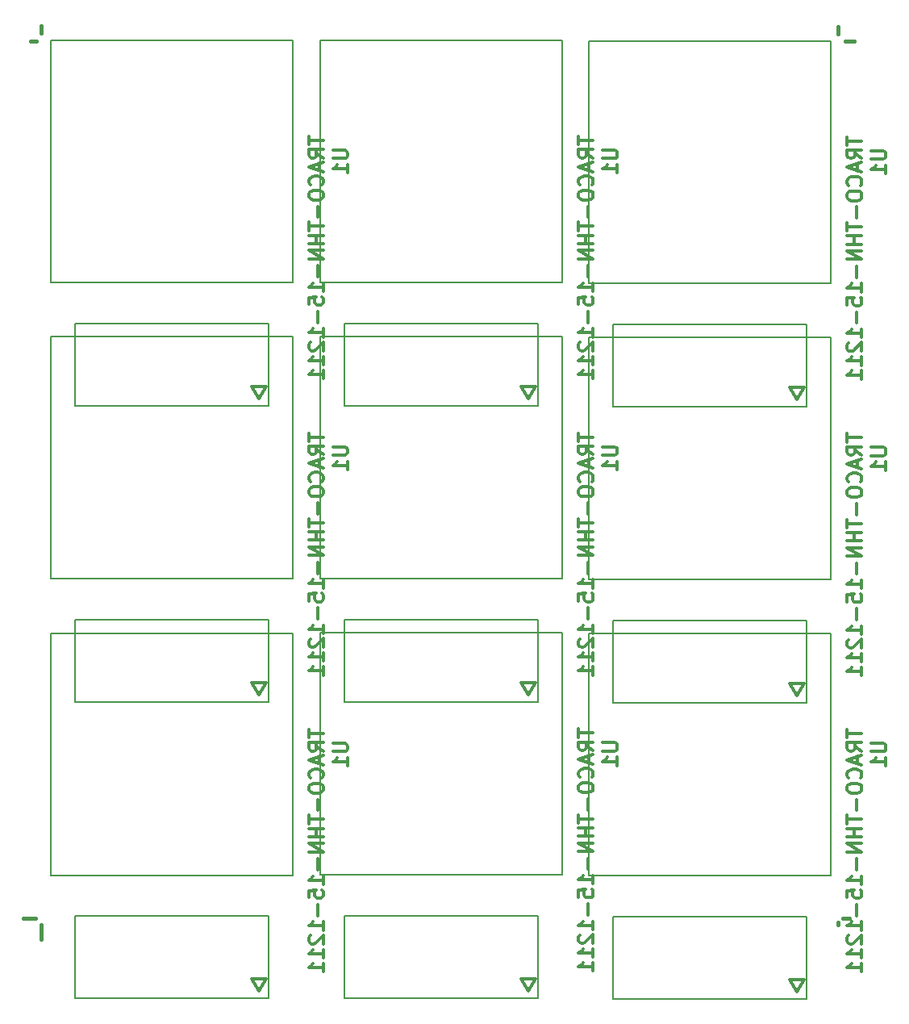
<source format=gbo>
G04 #@! TF.FileFunction,Legend,Bot*
%FSLAX46Y46*%
G04 Gerber Fmt 4.6, Leading zero omitted, Abs format (unit mm)*
G04 Created by KiCad (PCBNEW 4.0.5+dfsg1-4) date Sun Oct 21 20:25:12 2018*
%MOMM*%
%LPD*%
G01*
G04 APERTURE LIST*
%ADD10C,0.150000*%
%ADD11C,0.381000*%
%ADD12C,0.304800*%
G04 APERTURE END LIST*
D10*
D11*
X163004500Y-118300500D02*
X163004500Y-118554500D01*
X163449000Y-117856000D02*
X164147500Y-117856000D01*
X163703000Y-25781000D02*
X164655500Y-25781000D01*
X163004500Y-25082500D02*
X163004500Y-24257000D01*
X78803500Y-25781000D02*
X78232000Y-25781000D01*
X79311500Y-24955500D02*
X79311500Y-24193500D01*
X78740000Y-117856000D02*
X77470000Y-117856000D01*
X79311500Y-118554500D02*
X79311500Y-120015000D01*
D10*
X82867500Y-55435500D02*
X82867500Y-64071500D01*
X82867500Y-64071500D02*
X103187500Y-64071500D01*
X103187500Y-64071500D02*
X103187500Y-55435500D01*
X82867500Y-55435500D02*
X103187500Y-55435500D01*
D12*
X102171500Y-63309500D02*
X102933500Y-62039500D01*
X102933500Y-62039500D02*
X101409500Y-62039500D01*
X101409500Y-62039500D02*
X102171500Y-63309500D01*
D10*
X139382500Y-55499000D02*
X139382500Y-64135000D01*
X139382500Y-64135000D02*
X159702500Y-64135000D01*
X159702500Y-64135000D02*
X159702500Y-55499000D01*
X139382500Y-55499000D02*
X159702500Y-55499000D01*
D12*
X158686500Y-63373000D02*
X159448500Y-62103000D01*
X159448500Y-62103000D02*
X157924500Y-62103000D01*
X157924500Y-62103000D02*
X158686500Y-63373000D01*
D10*
X139382500Y-86614000D02*
X139382500Y-95250000D01*
X139382500Y-95250000D02*
X159702500Y-95250000D01*
X159702500Y-95250000D02*
X159702500Y-86614000D01*
X139382500Y-86614000D02*
X159702500Y-86614000D01*
D12*
X158686500Y-94488000D02*
X159448500Y-93218000D01*
X159448500Y-93218000D02*
X157924500Y-93218000D01*
X157924500Y-93218000D02*
X158686500Y-94488000D01*
D10*
X111188500Y-86550500D02*
X111188500Y-95186500D01*
X111188500Y-95186500D02*
X131508500Y-95186500D01*
X131508500Y-95186500D02*
X131508500Y-86550500D01*
X111188500Y-86550500D02*
X131508500Y-86550500D01*
D12*
X130492500Y-94424500D02*
X131254500Y-93154500D01*
X131254500Y-93154500D02*
X129730500Y-93154500D01*
X129730500Y-93154500D02*
X130492500Y-94424500D01*
D10*
X82867500Y-86550500D02*
X82867500Y-95186500D01*
X82867500Y-95186500D02*
X103187500Y-95186500D01*
X103187500Y-95186500D02*
X103187500Y-86550500D01*
X82867500Y-86550500D02*
X103187500Y-86550500D01*
D12*
X102171500Y-94424500D02*
X102933500Y-93154500D01*
X102933500Y-93154500D02*
X101409500Y-93154500D01*
X101409500Y-93154500D02*
X102171500Y-94424500D01*
D10*
X82867500Y-117602000D02*
X82867500Y-126238000D01*
X82867500Y-126238000D02*
X103187500Y-126238000D01*
X103187500Y-126238000D02*
X103187500Y-117602000D01*
X82867500Y-117602000D02*
X103187500Y-117602000D01*
D12*
X102171500Y-125476000D02*
X102933500Y-124206000D01*
X102933500Y-124206000D02*
X101409500Y-124206000D01*
X101409500Y-124206000D02*
X102171500Y-125476000D01*
D10*
X111188500Y-117602000D02*
X111188500Y-126238000D01*
X111188500Y-126238000D02*
X131508500Y-126238000D01*
X131508500Y-126238000D02*
X131508500Y-117602000D01*
X111188500Y-117602000D02*
X131508500Y-117602000D01*
D12*
X130492500Y-125476000D02*
X131254500Y-124206000D01*
X131254500Y-124206000D02*
X129730500Y-124206000D01*
X129730500Y-124206000D02*
X130492500Y-125476000D01*
D10*
X139382500Y-117665500D02*
X139382500Y-126301500D01*
X139382500Y-126301500D02*
X159702500Y-126301500D01*
X159702500Y-126301500D02*
X159702500Y-117665500D01*
X139382500Y-117665500D02*
X159702500Y-117665500D01*
D12*
X158686500Y-125539500D02*
X159448500Y-124269500D01*
X159448500Y-124269500D02*
X157924500Y-124269500D01*
X157924500Y-124269500D02*
X158686500Y-125539500D01*
D10*
X111188500Y-55435500D02*
X111188500Y-64071500D01*
X111188500Y-64071500D02*
X131508500Y-64071500D01*
X131508500Y-64071500D02*
X131508500Y-55435500D01*
X111188500Y-55435500D02*
X131508500Y-55435500D01*
D12*
X130492500Y-63309500D02*
X131254500Y-62039500D01*
X131254500Y-62039500D02*
X129730500Y-62039500D01*
X129730500Y-62039500D02*
X130492500Y-63309500D01*
D10*
X105727500Y-51117500D02*
X105727500Y-25717500D01*
X105727500Y-25717500D02*
X80327500Y-25717500D01*
X80327500Y-25717500D02*
X80327500Y-51117500D01*
X80327500Y-51117500D02*
X105727500Y-51117500D01*
X134048500Y-51117500D02*
X134048500Y-25717500D01*
X134048500Y-25717500D02*
X108648500Y-25717500D01*
X108648500Y-25717500D02*
X108648500Y-51117500D01*
X108648500Y-51117500D02*
X134048500Y-51117500D01*
X162242500Y-51181000D02*
X162242500Y-25781000D01*
X162242500Y-25781000D02*
X136842500Y-25781000D01*
X136842500Y-25781000D02*
X136842500Y-51181000D01*
X136842500Y-51181000D02*
X162242500Y-51181000D01*
X162242500Y-82296000D02*
X162242500Y-56896000D01*
X162242500Y-56896000D02*
X136842500Y-56896000D01*
X136842500Y-56896000D02*
X136842500Y-82296000D01*
X136842500Y-82296000D02*
X162242500Y-82296000D01*
X134048500Y-82232500D02*
X134048500Y-56832500D01*
X134048500Y-56832500D02*
X108648500Y-56832500D01*
X108648500Y-56832500D02*
X108648500Y-82232500D01*
X108648500Y-82232500D02*
X134048500Y-82232500D01*
X105727500Y-82232500D02*
X105727500Y-56832500D01*
X105727500Y-56832500D02*
X80327500Y-56832500D01*
X80327500Y-56832500D02*
X80327500Y-82232500D01*
X80327500Y-82232500D02*
X105727500Y-82232500D01*
X134048500Y-113284000D02*
X134048500Y-87884000D01*
X134048500Y-87884000D02*
X108648500Y-87884000D01*
X108648500Y-87884000D02*
X108648500Y-113284000D01*
X108648500Y-113284000D02*
X134048500Y-113284000D01*
X162242500Y-113347500D02*
X162242500Y-87947500D01*
X162242500Y-87947500D02*
X136842500Y-87947500D01*
X136842500Y-87947500D02*
X136842500Y-113347500D01*
X136842500Y-113347500D02*
X162242500Y-113347500D01*
X105727500Y-113347500D02*
X105727500Y-87947500D01*
X105727500Y-87947500D02*
X80327500Y-87947500D01*
X80327500Y-87947500D02*
X80327500Y-113347500D01*
X80327500Y-113347500D02*
X105727500Y-113347500D01*
D12*
X109972929Y-37256357D02*
X111206643Y-37256357D01*
X111351786Y-37328929D01*
X111424357Y-37401500D01*
X111496929Y-37546643D01*
X111496929Y-37836929D01*
X111424357Y-37982071D01*
X111351786Y-38054643D01*
X111206643Y-38127214D01*
X109972929Y-38127214D01*
X111496929Y-39651214D02*
X111496929Y-38780357D01*
X111496929Y-39215785D02*
X109972929Y-39215785D01*
X110190643Y-39070642D01*
X110335786Y-38925500D01*
X110408357Y-38780357D01*
X107432929Y-35804928D02*
X107432929Y-36675785D01*
X108956929Y-36240356D02*
X107432929Y-36240356D01*
X108956929Y-38054642D02*
X108231214Y-37546642D01*
X108956929Y-37183785D02*
X107432929Y-37183785D01*
X107432929Y-37764357D01*
X107505500Y-37909499D01*
X107578071Y-37982071D01*
X107723214Y-38054642D01*
X107940929Y-38054642D01*
X108086071Y-37982071D01*
X108158643Y-37909499D01*
X108231214Y-37764357D01*
X108231214Y-37183785D01*
X108521500Y-38635214D02*
X108521500Y-39360928D01*
X108956929Y-38490071D02*
X107432929Y-38998071D01*
X108956929Y-39506071D01*
X108811786Y-40884928D02*
X108884357Y-40812357D01*
X108956929Y-40594643D01*
X108956929Y-40449500D01*
X108884357Y-40231785D01*
X108739214Y-40086643D01*
X108594071Y-40014071D01*
X108303786Y-39941500D01*
X108086071Y-39941500D01*
X107795786Y-40014071D01*
X107650643Y-40086643D01*
X107505500Y-40231785D01*
X107432929Y-40449500D01*
X107432929Y-40594643D01*
X107505500Y-40812357D01*
X107578071Y-40884928D01*
X107432929Y-41828357D02*
X107432929Y-42118643D01*
X107505500Y-42263785D01*
X107650643Y-42408928D01*
X107940929Y-42481500D01*
X108448929Y-42481500D01*
X108739214Y-42408928D01*
X108884357Y-42263785D01*
X108956929Y-42118643D01*
X108956929Y-41828357D01*
X108884357Y-41683214D01*
X108739214Y-41538071D01*
X108448929Y-41465500D01*
X107940929Y-41465500D01*
X107650643Y-41538071D01*
X107505500Y-41683214D01*
X107432929Y-41828357D01*
X108376357Y-43134642D02*
X108376357Y-44295785D01*
X107432929Y-44803785D02*
X107432929Y-45674642D01*
X108956929Y-45239213D02*
X107432929Y-45239213D01*
X108956929Y-46182642D02*
X107432929Y-46182642D01*
X108158643Y-46182642D02*
X108158643Y-47053499D01*
X108956929Y-47053499D02*
X107432929Y-47053499D01*
X108956929Y-47779213D02*
X107432929Y-47779213D01*
X108956929Y-48650070D01*
X107432929Y-48650070D01*
X108376357Y-49375784D02*
X108376357Y-50536927D01*
X108956929Y-52060927D02*
X108956929Y-51190070D01*
X108956929Y-51625498D02*
X107432929Y-51625498D01*
X107650643Y-51480355D01*
X107795786Y-51335213D01*
X107868357Y-51190070D01*
X107432929Y-53439784D02*
X107432929Y-52714070D01*
X108158643Y-52641499D01*
X108086071Y-52714070D01*
X108013500Y-52859213D01*
X108013500Y-53222070D01*
X108086071Y-53367213D01*
X108158643Y-53439784D01*
X108303786Y-53512356D01*
X108666643Y-53512356D01*
X108811786Y-53439784D01*
X108884357Y-53367213D01*
X108956929Y-53222070D01*
X108956929Y-52859213D01*
X108884357Y-52714070D01*
X108811786Y-52641499D01*
X108376357Y-54165499D02*
X108376357Y-55326642D01*
X108956929Y-56850642D02*
X108956929Y-55979785D01*
X108956929Y-56415213D02*
X107432929Y-56415213D01*
X107650643Y-56270070D01*
X107795786Y-56124928D01*
X107868357Y-55979785D01*
X107578071Y-57431214D02*
X107505500Y-57503785D01*
X107432929Y-57648928D01*
X107432929Y-58011785D01*
X107505500Y-58156928D01*
X107578071Y-58229499D01*
X107723214Y-58302071D01*
X107868357Y-58302071D01*
X108086071Y-58229499D01*
X108956929Y-57358642D01*
X108956929Y-58302071D01*
X108956929Y-59753500D02*
X108956929Y-58882643D01*
X108956929Y-59318071D02*
X107432929Y-59318071D01*
X107650643Y-59172928D01*
X107795786Y-59027786D01*
X107868357Y-58882643D01*
X108956929Y-61204929D02*
X108956929Y-60334072D01*
X108956929Y-60769500D02*
X107432929Y-60769500D01*
X107650643Y-60624357D01*
X107795786Y-60479215D01*
X107868357Y-60334072D01*
X138293929Y-37256357D02*
X139527643Y-37256357D01*
X139672786Y-37328929D01*
X139745357Y-37401500D01*
X139817929Y-37546643D01*
X139817929Y-37836929D01*
X139745357Y-37982071D01*
X139672786Y-38054643D01*
X139527643Y-38127214D01*
X138293929Y-38127214D01*
X139817929Y-39651214D02*
X139817929Y-38780357D01*
X139817929Y-39215785D02*
X138293929Y-39215785D01*
X138511643Y-39070642D01*
X138656786Y-38925500D01*
X138729357Y-38780357D01*
X135753929Y-35804928D02*
X135753929Y-36675785D01*
X137277929Y-36240356D02*
X135753929Y-36240356D01*
X137277929Y-38054642D02*
X136552214Y-37546642D01*
X137277929Y-37183785D02*
X135753929Y-37183785D01*
X135753929Y-37764357D01*
X135826500Y-37909499D01*
X135899071Y-37982071D01*
X136044214Y-38054642D01*
X136261929Y-38054642D01*
X136407071Y-37982071D01*
X136479643Y-37909499D01*
X136552214Y-37764357D01*
X136552214Y-37183785D01*
X136842500Y-38635214D02*
X136842500Y-39360928D01*
X137277929Y-38490071D02*
X135753929Y-38998071D01*
X137277929Y-39506071D01*
X137132786Y-40884928D02*
X137205357Y-40812357D01*
X137277929Y-40594643D01*
X137277929Y-40449500D01*
X137205357Y-40231785D01*
X137060214Y-40086643D01*
X136915071Y-40014071D01*
X136624786Y-39941500D01*
X136407071Y-39941500D01*
X136116786Y-40014071D01*
X135971643Y-40086643D01*
X135826500Y-40231785D01*
X135753929Y-40449500D01*
X135753929Y-40594643D01*
X135826500Y-40812357D01*
X135899071Y-40884928D01*
X135753929Y-41828357D02*
X135753929Y-42118643D01*
X135826500Y-42263785D01*
X135971643Y-42408928D01*
X136261929Y-42481500D01*
X136769929Y-42481500D01*
X137060214Y-42408928D01*
X137205357Y-42263785D01*
X137277929Y-42118643D01*
X137277929Y-41828357D01*
X137205357Y-41683214D01*
X137060214Y-41538071D01*
X136769929Y-41465500D01*
X136261929Y-41465500D01*
X135971643Y-41538071D01*
X135826500Y-41683214D01*
X135753929Y-41828357D01*
X136697357Y-43134642D02*
X136697357Y-44295785D01*
X135753929Y-44803785D02*
X135753929Y-45674642D01*
X137277929Y-45239213D02*
X135753929Y-45239213D01*
X137277929Y-46182642D02*
X135753929Y-46182642D01*
X136479643Y-46182642D02*
X136479643Y-47053499D01*
X137277929Y-47053499D02*
X135753929Y-47053499D01*
X137277929Y-47779213D02*
X135753929Y-47779213D01*
X137277929Y-48650070D01*
X135753929Y-48650070D01*
X136697357Y-49375784D02*
X136697357Y-50536927D01*
X137277929Y-52060927D02*
X137277929Y-51190070D01*
X137277929Y-51625498D02*
X135753929Y-51625498D01*
X135971643Y-51480355D01*
X136116786Y-51335213D01*
X136189357Y-51190070D01*
X135753929Y-53439784D02*
X135753929Y-52714070D01*
X136479643Y-52641499D01*
X136407071Y-52714070D01*
X136334500Y-52859213D01*
X136334500Y-53222070D01*
X136407071Y-53367213D01*
X136479643Y-53439784D01*
X136624786Y-53512356D01*
X136987643Y-53512356D01*
X137132786Y-53439784D01*
X137205357Y-53367213D01*
X137277929Y-53222070D01*
X137277929Y-52859213D01*
X137205357Y-52714070D01*
X137132786Y-52641499D01*
X136697357Y-54165499D02*
X136697357Y-55326642D01*
X137277929Y-56850642D02*
X137277929Y-55979785D01*
X137277929Y-56415213D02*
X135753929Y-56415213D01*
X135971643Y-56270070D01*
X136116786Y-56124928D01*
X136189357Y-55979785D01*
X135899071Y-57431214D02*
X135826500Y-57503785D01*
X135753929Y-57648928D01*
X135753929Y-58011785D01*
X135826500Y-58156928D01*
X135899071Y-58229499D01*
X136044214Y-58302071D01*
X136189357Y-58302071D01*
X136407071Y-58229499D01*
X137277929Y-57358642D01*
X137277929Y-58302071D01*
X137277929Y-59753500D02*
X137277929Y-58882643D01*
X137277929Y-59318071D02*
X135753929Y-59318071D01*
X135971643Y-59172928D01*
X136116786Y-59027786D01*
X136189357Y-58882643D01*
X137277929Y-61204929D02*
X137277929Y-60334072D01*
X137277929Y-60769500D02*
X135753929Y-60769500D01*
X135971643Y-60624357D01*
X136116786Y-60479215D01*
X136189357Y-60334072D01*
X166487929Y-37319857D02*
X167721643Y-37319857D01*
X167866786Y-37392429D01*
X167939357Y-37465000D01*
X168011929Y-37610143D01*
X168011929Y-37900429D01*
X167939357Y-38045571D01*
X167866786Y-38118143D01*
X167721643Y-38190714D01*
X166487929Y-38190714D01*
X168011929Y-39714714D02*
X168011929Y-38843857D01*
X168011929Y-39279285D02*
X166487929Y-39279285D01*
X166705643Y-39134142D01*
X166850786Y-38989000D01*
X166923357Y-38843857D01*
X163947929Y-35868428D02*
X163947929Y-36739285D01*
X165471929Y-36303856D02*
X163947929Y-36303856D01*
X165471929Y-38118142D02*
X164746214Y-37610142D01*
X165471929Y-37247285D02*
X163947929Y-37247285D01*
X163947929Y-37827857D01*
X164020500Y-37972999D01*
X164093071Y-38045571D01*
X164238214Y-38118142D01*
X164455929Y-38118142D01*
X164601071Y-38045571D01*
X164673643Y-37972999D01*
X164746214Y-37827857D01*
X164746214Y-37247285D01*
X165036500Y-38698714D02*
X165036500Y-39424428D01*
X165471929Y-38553571D02*
X163947929Y-39061571D01*
X165471929Y-39569571D01*
X165326786Y-40948428D02*
X165399357Y-40875857D01*
X165471929Y-40658143D01*
X165471929Y-40513000D01*
X165399357Y-40295285D01*
X165254214Y-40150143D01*
X165109071Y-40077571D01*
X164818786Y-40005000D01*
X164601071Y-40005000D01*
X164310786Y-40077571D01*
X164165643Y-40150143D01*
X164020500Y-40295285D01*
X163947929Y-40513000D01*
X163947929Y-40658143D01*
X164020500Y-40875857D01*
X164093071Y-40948428D01*
X163947929Y-41891857D02*
X163947929Y-42182143D01*
X164020500Y-42327285D01*
X164165643Y-42472428D01*
X164455929Y-42545000D01*
X164963929Y-42545000D01*
X165254214Y-42472428D01*
X165399357Y-42327285D01*
X165471929Y-42182143D01*
X165471929Y-41891857D01*
X165399357Y-41746714D01*
X165254214Y-41601571D01*
X164963929Y-41529000D01*
X164455929Y-41529000D01*
X164165643Y-41601571D01*
X164020500Y-41746714D01*
X163947929Y-41891857D01*
X164891357Y-43198142D02*
X164891357Y-44359285D01*
X163947929Y-44867285D02*
X163947929Y-45738142D01*
X165471929Y-45302713D02*
X163947929Y-45302713D01*
X165471929Y-46246142D02*
X163947929Y-46246142D01*
X164673643Y-46246142D02*
X164673643Y-47116999D01*
X165471929Y-47116999D02*
X163947929Y-47116999D01*
X165471929Y-47842713D02*
X163947929Y-47842713D01*
X165471929Y-48713570D01*
X163947929Y-48713570D01*
X164891357Y-49439284D02*
X164891357Y-50600427D01*
X165471929Y-52124427D02*
X165471929Y-51253570D01*
X165471929Y-51688998D02*
X163947929Y-51688998D01*
X164165643Y-51543855D01*
X164310786Y-51398713D01*
X164383357Y-51253570D01*
X163947929Y-53503284D02*
X163947929Y-52777570D01*
X164673643Y-52704999D01*
X164601071Y-52777570D01*
X164528500Y-52922713D01*
X164528500Y-53285570D01*
X164601071Y-53430713D01*
X164673643Y-53503284D01*
X164818786Y-53575856D01*
X165181643Y-53575856D01*
X165326786Y-53503284D01*
X165399357Y-53430713D01*
X165471929Y-53285570D01*
X165471929Y-52922713D01*
X165399357Y-52777570D01*
X165326786Y-52704999D01*
X164891357Y-54228999D02*
X164891357Y-55390142D01*
X165471929Y-56914142D02*
X165471929Y-56043285D01*
X165471929Y-56478713D02*
X163947929Y-56478713D01*
X164165643Y-56333570D01*
X164310786Y-56188428D01*
X164383357Y-56043285D01*
X164093071Y-57494714D02*
X164020500Y-57567285D01*
X163947929Y-57712428D01*
X163947929Y-58075285D01*
X164020500Y-58220428D01*
X164093071Y-58292999D01*
X164238214Y-58365571D01*
X164383357Y-58365571D01*
X164601071Y-58292999D01*
X165471929Y-57422142D01*
X165471929Y-58365571D01*
X165471929Y-59817000D02*
X165471929Y-58946143D01*
X165471929Y-59381571D02*
X163947929Y-59381571D01*
X164165643Y-59236428D01*
X164310786Y-59091286D01*
X164383357Y-58946143D01*
X165471929Y-61268429D02*
X165471929Y-60397572D01*
X165471929Y-60833000D02*
X163947929Y-60833000D01*
X164165643Y-60687857D01*
X164310786Y-60542715D01*
X164383357Y-60397572D01*
X166487929Y-68434857D02*
X167721643Y-68434857D01*
X167866786Y-68507429D01*
X167939357Y-68580000D01*
X168011929Y-68725143D01*
X168011929Y-69015429D01*
X167939357Y-69160571D01*
X167866786Y-69233143D01*
X167721643Y-69305714D01*
X166487929Y-69305714D01*
X168011929Y-70829714D02*
X168011929Y-69958857D01*
X168011929Y-70394285D02*
X166487929Y-70394285D01*
X166705643Y-70249142D01*
X166850786Y-70104000D01*
X166923357Y-69958857D01*
X163947929Y-66983428D02*
X163947929Y-67854285D01*
X165471929Y-67418856D02*
X163947929Y-67418856D01*
X165471929Y-69233142D02*
X164746214Y-68725142D01*
X165471929Y-68362285D02*
X163947929Y-68362285D01*
X163947929Y-68942857D01*
X164020500Y-69087999D01*
X164093071Y-69160571D01*
X164238214Y-69233142D01*
X164455929Y-69233142D01*
X164601071Y-69160571D01*
X164673643Y-69087999D01*
X164746214Y-68942857D01*
X164746214Y-68362285D01*
X165036500Y-69813714D02*
X165036500Y-70539428D01*
X165471929Y-69668571D02*
X163947929Y-70176571D01*
X165471929Y-70684571D01*
X165326786Y-72063428D02*
X165399357Y-71990857D01*
X165471929Y-71773143D01*
X165471929Y-71628000D01*
X165399357Y-71410285D01*
X165254214Y-71265143D01*
X165109071Y-71192571D01*
X164818786Y-71120000D01*
X164601071Y-71120000D01*
X164310786Y-71192571D01*
X164165643Y-71265143D01*
X164020500Y-71410285D01*
X163947929Y-71628000D01*
X163947929Y-71773143D01*
X164020500Y-71990857D01*
X164093071Y-72063428D01*
X163947929Y-73006857D02*
X163947929Y-73297143D01*
X164020500Y-73442285D01*
X164165643Y-73587428D01*
X164455929Y-73660000D01*
X164963929Y-73660000D01*
X165254214Y-73587428D01*
X165399357Y-73442285D01*
X165471929Y-73297143D01*
X165471929Y-73006857D01*
X165399357Y-72861714D01*
X165254214Y-72716571D01*
X164963929Y-72644000D01*
X164455929Y-72644000D01*
X164165643Y-72716571D01*
X164020500Y-72861714D01*
X163947929Y-73006857D01*
X164891357Y-74313142D02*
X164891357Y-75474285D01*
X163947929Y-75982285D02*
X163947929Y-76853142D01*
X165471929Y-76417713D02*
X163947929Y-76417713D01*
X165471929Y-77361142D02*
X163947929Y-77361142D01*
X164673643Y-77361142D02*
X164673643Y-78231999D01*
X165471929Y-78231999D02*
X163947929Y-78231999D01*
X165471929Y-78957713D02*
X163947929Y-78957713D01*
X165471929Y-79828570D01*
X163947929Y-79828570D01*
X164891357Y-80554284D02*
X164891357Y-81715427D01*
X165471929Y-83239427D02*
X165471929Y-82368570D01*
X165471929Y-82803998D02*
X163947929Y-82803998D01*
X164165643Y-82658855D01*
X164310786Y-82513713D01*
X164383357Y-82368570D01*
X163947929Y-84618284D02*
X163947929Y-83892570D01*
X164673643Y-83819999D01*
X164601071Y-83892570D01*
X164528500Y-84037713D01*
X164528500Y-84400570D01*
X164601071Y-84545713D01*
X164673643Y-84618284D01*
X164818786Y-84690856D01*
X165181643Y-84690856D01*
X165326786Y-84618284D01*
X165399357Y-84545713D01*
X165471929Y-84400570D01*
X165471929Y-84037713D01*
X165399357Y-83892570D01*
X165326786Y-83819999D01*
X164891357Y-85343999D02*
X164891357Y-86505142D01*
X165471929Y-88029142D02*
X165471929Y-87158285D01*
X165471929Y-87593713D02*
X163947929Y-87593713D01*
X164165643Y-87448570D01*
X164310786Y-87303428D01*
X164383357Y-87158285D01*
X164093071Y-88609714D02*
X164020500Y-88682285D01*
X163947929Y-88827428D01*
X163947929Y-89190285D01*
X164020500Y-89335428D01*
X164093071Y-89407999D01*
X164238214Y-89480571D01*
X164383357Y-89480571D01*
X164601071Y-89407999D01*
X165471929Y-88537142D01*
X165471929Y-89480571D01*
X165471929Y-90932000D02*
X165471929Y-90061143D01*
X165471929Y-90496571D02*
X163947929Y-90496571D01*
X164165643Y-90351428D01*
X164310786Y-90206286D01*
X164383357Y-90061143D01*
X165471929Y-92383429D02*
X165471929Y-91512572D01*
X165471929Y-91948000D02*
X163947929Y-91948000D01*
X164165643Y-91802857D01*
X164310786Y-91657715D01*
X164383357Y-91512572D01*
X138293929Y-68371357D02*
X139527643Y-68371357D01*
X139672786Y-68443929D01*
X139745357Y-68516500D01*
X139817929Y-68661643D01*
X139817929Y-68951929D01*
X139745357Y-69097071D01*
X139672786Y-69169643D01*
X139527643Y-69242214D01*
X138293929Y-69242214D01*
X139817929Y-70766214D02*
X139817929Y-69895357D01*
X139817929Y-70330785D02*
X138293929Y-70330785D01*
X138511643Y-70185642D01*
X138656786Y-70040500D01*
X138729357Y-69895357D01*
X135753929Y-66919928D02*
X135753929Y-67790785D01*
X137277929Y-67355356D02*
X135753929Y-67355356D01*
X137277929Y-69169642D02*
X136552214Y-68661642D01*
X137277929Y-68298785D02*
X135753929Y-68298785D01*
X135753929Y-68879357D01*
X135826500Y-69024499D01*
X135899071Y-69097071D01*
X136044214Y-69169642D01*
X136261929Y-69169642D01*
X136407071Y-69097071D01*
X136479643Y-69024499D01*
X136552214Y-68879357D01*
X136552214Y-68298785D01*
X136842500Y-69750214D02*
X136842500Y-70475928D01*
X137277929Y-69605071D02*
X135753929Y-70113071D01*
X137277929Y-70621071D01*
X137132786Y-71999928D02*
X137205357Y-71927357D01*
X137277929Y-71709643D01*
X137277929Y-71564500D01*
X137205357Y-71346785D01*
X137060214Y-71201643D01*
X136915071Y-71129071D01*
X136624786Y-71056500D01*
X136407071Y-71056500D01*
X136116786Y-71129071D01*
X135971643Y-71201643D01*
X135826500Y-71346785D01*
X135753929Y-71564500D01*
X135753929Y-71709643D01*
X135826500Y-71927357D01*
X135899071Y-71999928D01*
X135753929Y-72943357D02*
X135753929Y-73233643D01*
X135826500Y-73378785D01*
X135971643Y-73523928D01*
X136261929Y-73596500D01*
X136769929Y-73596500D01*
X137060214Y-73523928D01*
X137205357Y-73378785D01*
X137277929Y-73233643D01*
X137277929Y-72943357D01*
X137205357Y-72798214D01*
X137060214Y-72653071D01*
X136769929Y-72580500D01*
X136261929Y-72580500D01*
X135971643Y-72653071D01*
X135826500Y-72798214D01*
X135753929Y-72943357D01*
X136697357Y-74249642D02*
X136697357Y-75410785D01*
X135753929Y-75918785D02*
X135753929Y-76789642D01*
X137277929Y-76354213D02*
X135753929Y-76354213D01*
X137277929Y-77297642D02*
X135753929Y-77297642D01*
X136479643Y-77297642D02*
X136479643Y-78168499D01*
X137277929Y-78168499D02*
X135753929Y-78168499D01*
X137277929Y-78894213D02*
X135753929Y-78894213D01*
X137277929Y-79765070D01*
X135753929Y-79765070D01*
X136697357Y-80490784D02*
X136697357Y-81651927D01*
X137277929Y-83175927D02*
X137277929Y-82305070D01*
X137277929Y-82740498D02*
X135753929Y-82740498D01*
X135971643Y-82595355D01*
X136116786Y-82450213D01*
X136189357Y-82305070D01*
X135753929Y-84554784D02*
X135753929Y-83829070D01*
X136479643Y-83756499D01*
X136407071Y-83829070D01*
X136334500Y-83974213D01*
X136334500Y-84337070D01*
X136407071Y-84482213D01*
X136479643Y-84554784D01*
X136624786Y-84627356D01*
X136987643Y-84627356D01*
X137132786Y-84554784D01*
X137205357Y-84482213D01*
X137277929Y-84337070D01*
X137277929Y-83974213D01*
X137205357Y-83829070D01*
X137132786Y-83756499D01*
X136697357Y-85280499D02*
X136697357Y-86441642D01*
X137277929Y-87965642D02*
X137277929Y-87094785D01*
X137277929Y-87530213D02*
X135753929Y-87530213D01*
X135971643Y-87385070D01*
X136116786Y-87239928D01*
X136189357Y-87094785D01*
X135899071Y-88546214D02*
X135826500Y-88618785D01*
X135753929Y-88763928D01*
X135753929Y-89126785D01*
X135826500Y-89271928D01*
X135899071Y-89344499D01*
X136044214Y-89417071D01*
X136189357Y-89417071D01*
X136407071Y-89344499D01*
X137277929Y-88473642D01*
X137277929Y-89417071D01*
X137277929Y-90868500D02*
X137277929Y-89997643D01*
X137277929Y-90433071D02*
X135753929Y-90433071D01*
X135971643Y-90287928D01*
X136116786Y-90142786D01*
X136189357Y-89997643D01*
X137277929Y-92319929D02*
X137277929Y-91449072D01*
X137277929Y-91884500D02*
X135753929Y-91884500D01*
X135971643Y-91739357D01*
X136116786Y-91594215D01*
X136189357Y-91449072D01*
X109972929Y-68371357D02*
X111206643Y-68371357D01*
X111351786Y-68443929D01*
X111424357Y-68516500D01*
X111496929Y-68661643D01*
X111496929Y-68951929D01*
X111424357Y-69097071D01*
X111351786Y-69169643D01*
X111206643Y-69242214D01*
X109972929Y-69242214D01*
X111496929Y-70766214D02*
X111496929Y-69895357D01*
X111496929Y-70330785D02*
X109972929Y-70330785D01*
X110190643Y-70185642D01*
X110335786Y-70040500D01*
X110408357Y-69895357D01*
X107432929Y-66919928D02*
X107432929Y-67790785D01*
X108956929Y-67355356D02*
X107432929Y-67355356D01*
X108956929Y-69169642D02*
X108231214Y-68661642D01*
X108956929Y-68298785D02*
X107432929Y-68298785D01*
X107432929Y-68879357D01*
X107505500Y-69024499D01*
X107578071Y-69097071D01*
X107723214Y-69169642D01*
X107940929Y-69169642D01*
X108086071Y-69097071D01*
X108158643Y-69024499D01*
X108231214Y-68879357D01*
X108231214Y-68298785D01*
X108521500Y-69750214D02*
X108521500Y-70475928D01*
X108956929Y-69605071D02*
X107432929Y-70113071D01*
X108956929Y-70621071D01*
X108811786Y-71999928D02*
X108884357Y-71927357D01*
X108956929Y-71709643D01*
X108956929Y-71564500D01*
X108884357Y-71346785D01*
X108739214Y-71201643D01*
X108594071Y-71129071D01*
X108303786Y-71056500D01*
X108086071Y-71056500D01*
X107795786Y-71129071D01*
X107650643Y-71201643D01*
X107505500Y-71346785D01*
X107432929Y-71564500D01*
X107432929Y-71709643D01*
X107505500Y-71927357D01*
X107578071Y-71999928D01*
X107432929Y-72943357D02*
X107432929Y-73233643D01*
X107505500Y-73378785D01*
X107650643Y-73523928D01*
X107940929Y-73596500D01*
X108448929Y-73596500D01*
X108739214Y-73523928D01*
X108884357Y-73378785D01*
X108956929Y-73233643D01*
X108956929Y-72943357D01*
X108884357Y-72798214D01*
X108739214Y-72653071D01*
X108448929Y-72580500D01*
X107940929Y-72580500D01*
X107650643Y-72653071D01*
X107505500Y-72798214D01*
X107432929Y-72943357D01*
X108376357Y-74249642D02*
X108376357Y-75410785D01*
X107432929Y-75918785D02*
X107432929Y-76789642D01*
X108956929Y-76354213D02*
X107432929Y-76354213D01*
X108956929Y-77297642D02*
X107432929Y-77297642D01*
X108158643Y-77297642D02*
X108158643Y-78168499D01*
X108956929Y-78168499D02*
X107432929Y-78168499D01*
X108956929Y-78894213D02*
X107432929Y-78894213D01*
X108956929Y-79765070D01*
X107432929Y-79765070D01*
X108376357Y-80490784D02*
X108376357Y-81651927D01*
X108956929Y-83175927D02*
X108956929Y-82305070D01*
X108956929Y-82740498D02*
X107432929Y-82740498D01*
X107650643Y-82595355D01*
X107795786Y-82450213D01*
X107868357Y-82305070D01*
X107432929Y-84554784D02*
X107432929Y-83829070D01*
X108158643Y-83756499D01*
X108086071Y-83829070D01*
X108013500Y-83974213D01*
X108013500Y-84337070D01*
X108086071Y-84482213D01*
X108158643Y-84554784D01*
X108303786Y-84627356D01*
X108666643Y-84627356D01*
X108811786Y-84554784D01*
X108884357Y-84482213D01*
X108956929Y-84337070D01*
X108956929Y-83974213D01*
X108884357Y-83829070D01*
X108811786Y-83756499D01*
X108376357Y-85280499D02*
X108376357Y-86441642D01*
X108956929Y-87965642D02*
X108956929Y-87094785D01*
X108956929Y-87530213D02*
X107432929Y-87530213D01*
X107650643Y-87385070D01*
X107795786Y-87239928D01*
X107868357Y-87094785D01*
X107578071Y-88546214D02*
X107505500Y-88618785D01*
X107432929Y-88763928D01*
X107432929Y-89126785D01*
X107505500Y-89271928D01*
X107578071Y-89344499D01*
X107723214Y-89417071D01*
X107868357Y-89417071D01*
X108086071Y-89344499D01*
X108956929Y-88473642D01*
X108956929Y-89417071D01*
X108956929Y-90868500D02*
X108956929Y-89997643D01*
X108956929Y-90433071D02*
X107432929Y-90433071D01*
X107650643Y-90287928D01*
X107795786Y-90142786D01*
X107868357Y-89997643D01*
X108956929Y-92319929D02*
X108956929Y-91449072D01*
X108956929Y-91884500D02*
X107432929Y-91884500D01*
X107650643Y-91739357D01*
X107795786Y-91594215D01*
X107868357Y-91449072D01*
X138293929Y-99422857D02*
X139527643Y-99422857D01*
X139672786Y-99495429D01*
X139745357Y-99568000D01*
X139817929Y-99713143D01*
X139817929Y-100003429D01*
X139745357Y-100148571D01*
X139672786Y-100221143D01*
X139527643Y-100293714D01*
X138293929Y-100293714D01*
X139817929Y-101817714D02*
X139817929Y-100946857D01*
X139817929Y-101382285D02*
X138293929Y-101382285D01*
X138511643Y-101237142D01*
X138656786Y-101092000D01*
X138729357Y-100946857D01*
X135753929Y-97971428D02*
X135753929Y-98842285D01*
X137277929Y-98406856D02*
X135753929Y-98406856D01*
X137277929Y-100221142D02*
X136552214Y-99713142D01*
X137277929Y-99350285D02*
X135753929Y-99350285D01*
X135753929Y-99930857D01*
X135826500Y-100075999D01*
X135899071Y-100148571D01*
X136044214Y-100221142D01*
X136261929Y-100221142D01*
X136407071Y-100148571D01*
X136479643Y-100075999D01*
X136552214Y-99930857D01*
X136552214Y-99350285D01*
X136842500Y-100801714D02*
X136842500Y-101527428D01*
X137277929Y-100656571D02*
X135753929Y-101164571D01*
X137277929Y-101672571D01*
X137132786Y-103051428D02*
X137205357Y-102978857D01*
X137277929Y-102761143D01*
X137277929Y-102616000D01*
X137205357Y-102398285D01*
X137060214Y-102253143D01*
X136915071Y-102180571D01*
X136624786Y-102108000D01*
X136407071Y-102108000D01*
X136116786Y-102180571D01*
X135971643Y-102253143D01*
X135826500Y-102398285D01*
X135753929Y-102616000D01*
X135753929Y-102761143D01*
X135826500Y-102978857D01*
X135899071Y-103051428D01*
X135753929Y-103994857D02*
X135753929Y-104285143D01*
X135826500Y-104430285D01*
X135971643Y-104575428D01*
X136261929Y-104648000D01*
X136769929Y-104648000D01*
X137060214Y-104575428D01*
X137205357Y-104430285D01*
X137277929Y-104285143D01*
X137277929Y-103994857D01*
X137205357Y-103849714D01*
X137060214Y-103704571D01*
X136769929Y-103632000D01*
X136261929Y-103632000D01*
X135971643Y-103704571D01*
X135826500Y-103849714D01*
X135753929Y-103994857D01*
X136697357Y-105301142D02*
X136697357Y-106462285D01*
X135753929Y-106970285D02*
X135753929Y-107841142D01*
X137277929Y-107405713D02*
X135753929Y-107405713D01*
X137277929Y-108349142D02*
X135753929Y-108349142D01*
X136479643Y-108349142D02*
X136479643Y-109219999D01*
X137277929Y-109219999D02*
X135753929Y-109219999D01*
X137277929Y-109945713D02*
X135753929Y-109945713D01*
X137277929Y-110816570D01*
X135753929Y-110816570D01*
X136697357Y-111542284D02*
X136697357Y-112703427D01*
X137277929Y-114227427D02*
X137277929Y-113356570D01*
X137277929Y-113791998D02*
X135753929Y-113791998D01*
X135971643Y-113646855D01*
X136116786Y-113501713D01*
X136189357Y-113356570D01*
X135753929Y-115606284D02*
X135753929Y-114880570D01*
X136479643Y-114807999D01*
X136407071Y-114880570D01*
X136334500Y-115025713D01*
X136334500Y-115388570D01*
X136407071Y-115533713D01*
X136479643Y-115606284D01*
X136624786Y-115678856D01*
X136987643Y-115678856D01*
X137132786Y-115606284D01*
X137205357Y-115533713D01*
X137277929Y-115388570D01*
X137277929Y-115025713D01*
X137205357Y-114880570D01*
X137132786Y-114807999D01*
X136697357Y-116331999D02*
X136697357Y-117493142D01*
X137277929Y-119017142D02*
X137277929Y-118146285D01*
X137277929Y-118581713D02*
X135753929Y-118581713D01*
X135971643Y-118436570D01*
X136116786Y-118291428D01*
X136189357Y-118146285D01*
X135899071Y-119597714D02*
X135826500Y-119670285D01*
X135753929Y-119815428D01*
X135753929Y-120178285D01*
X135826500Y-120323428D01*
X135899071Y-120395999D01*
X136044214Y-120468571D01*
X136189357Y-120468571D01*
X136407071Y-120395999D01*
X137277929Y-119525142D01*
X137277929Y-120468571D01*
X137277929Y-121920000D02*
X137277929Y-121049143D01*
X137277929Y-121484571D02*
X135753929Y-121484571D01*
X135971643Y-121339428D01*
X136116786Y-121194286D01*
X136189357Y-121049143D01*
X137277929Y-123371429D02*
X137277929Y-122500572D01*
X137277929Y-122936000D02*
X135753929Y-122936000D01*
X135971643Y-122790857D01*
X136116786Y-122645715D01*
X136189357Y-122500572D01*
X166487929Y-99486357D02*
X167721643Y-99486357D01*
X167866786Y-99558929D01*
X167939357Y-99631500D01*
X168011929Y-99776643D01*
X168011929Y-100066929D01*
X167939357Y-100212071D01*
X167866786Y-100284643D01*
X167721643Y-100357214D01*
X166487929Y-100357214D01*
X168011929Y-101881214D02*
X168011929Y-101010357D01*
X168011929Y-101445785D02*
X166487929Y-101445785D01*
X166705643Y-101300642D01*
X166850786Y-101155500D01*
X166923357Y-101010357D01*
X163947929Y-98034928D02*
X163947929Y-98905785D01*
X165471929Y-98470356D02*
X163947929Y-98470356D01*
X165471929Y-100284642D02*
X164746214Y-99776642D01*
X165471929Y-99413785D02*
X163947929Y-99413785D01*
X163947929Y-99994357D01*
X164020500Y-100139499D01*
X164093071Y-100212071D01*
X164238214Y-100284642D01*
X164455929Y-100284642D01*
X164601071Y-100212071D01*
X164673643Y-100139499D01*
X164746214Y-99994357D01*
X164746214Y-99413785D01*
X165036500Y-100865214D02*
X165036500Y-101590928D01*
X165471929Y-100720071D02*
X163947929Y-101228071D01*
X165471929Y-101736071D01*
X165326786Y-103114928D02*
X165399357Y-103042357D01*
X165471929Y-102824643D01*
X165471929Y-102679500D01*
X165399357Y-102461785D01*
X165254214Y-102316643D01*
X165109071Y-102244071D01*
X164818786Y-102171500D01*
X164601071Y-102171500D01*
X164310786Y-102244071D01*
X164165643Y-102316643D01*
X164020500Y-102461785D01*
X163947929Y-102679500D01*
X163947929Y-102824643D01*
X164020500Y-103042357D01*
X164093071Y-103114928D01*
X163947929Y-104058357D02*
X163947929Y-104348643D01*
X164020500Y-104493785D01*
X164165643Y-104638928D01*
X164455929Y-104711500D01*
X164963929Y-104711500D01*
X165254214Y-104638928D01*
X165399357Y-104493785D01*
X165471929Y-104348643D01*
X165471929Y-104058357D01*
X165399357Y-103913214D01*
X165254214Y-103768071D01*
X164963929Y-103695500D01*
X164455929Y-103695500D01*
X164165643Y-103768071D01*
X164020500Y-103913214D01*
X163947929Y-104058357D01*
X164891357Y-105364642D02*
X164891357Y-106525785D01*
X163947929Y-107033785D02*
X163947929Y-107904642D01*
X165471929Y-107469213D02*
X163947929Y-107469213D01*
X165471929Y-108412642D02*
X163947929Y-108412642D01*
X164673643Y-108412642D02*
X164673643Y-109283499D01*
X165471929Y-109283499D02*
X163947929Y-109283499D01*
X165471929Y-110009213D02*
X163947929Y-110009213D01*
X165471929Y-110880070D01*
X163947929Y-110880070D01*
X164891357Y-111605784D02*
X164891357Y-112766927D01*
X165471929Y-114290927D02*
X165471929Y-113420070D01*
X165471929Y-113855498D02*
X163947929Y-113855498D01*
X164165643Y-113710355D01*
X164310786Y-113565213D01*
X164383357Y-113420070D01*
X163947929Y-115669784D02*
X163947929Y-114944070D01*
X164673643Y-114871499D01*
X164601071Y-114944070D01*
X164528500Y-115089213D01*
X164528500Y-115452070D01*
X164601071Y-115597213D01*
X164673643Y-115669784D01*
X164818786Y-115742356D01*
X165181643Y-115742356D01*
X165326786Y-115669784D01*
X165399357Y-115597213D01*
X165471929Y-115452070D01*
X165471929Y-115089213D01*
X165399357Y-114944070D01*
X165326786Y-114871499D01*
X164891357Y-116395499D02*
X164891357Y-117556642D01*
X165471929Y-119080642D02*
X165471929Y-118209785D01*
X165471929Y-118645213D02*
X163947929Y-118645213D01*
X164165643Y-118500070D01*
X164310786Y-118354928D01*
X164383357Y-118209785D01*
X164093071Y-119661214D02*
X164020500Y-119733785D01*
X163947929Y-119878928D01*
X163947929Y-120241785D01*
X164020500Y-120386928D01*
X164093071Y-120459499D01*
X164238214Y-120532071D01*
X164383357Y-120532071D01*
X164601071Y-120459499D01*
X165471929Y-119588642D01*
X165471929Y-120532071D01*
X165471929Y-121983500D02*
X165471929Y-121112643D01*
X165471929Y-121548071D02*
X163947929Y-121548071D01*
X164165643Y-121402928D01*
X164310786Y-121257786D01*
X164383357Y-121112643D01*
X165471929Y-123434929D02*
X165471929Y-122564072D01*
X165471929Y-122999500D02*
X163947929Y-122999500D01*
X164165643Y-122854357D01*
X164310786Y-122709215D01*
X164383357Y-122564072D01*
X109972929Y-99486357D02*
X111206643Y-99486357D01*
X111351786Y-99558929D01*
X111424357Y-99631500D01*
X111496929Y-99776643D01*
X111496929Y-100066929D01*
X111424357Y-100212071D01*
X111351786Y-100284643D01*
X111206643Y-100357214D01*
X109972929Y-100357214D01*
X111496929Y-101881214D02*
X111496929Y-101010357D01*
X111496929Y-101445785D02*
X109972929Y-101445785D01*
X110190643Y-101300642D01*
X110335786Y-101155500D01*
X110408357Y-101010357D01*
X107432929Y-98034928D02*
X107432929Y-98905785D01*
X108956929Y-98470356D02*
X107432929Y-98470356D01*
X108956929Y-100284642D02*
X108231214Y-99776642D01*
X108956929Y-99413785D02*
X107432929Y-99413785D01*
X107432929Y-99994357D01*
X107505500Y-100139499D01*
X107578071Y-100212071D01*
X107723214Y-100284642D01*
X107940929Y-100284642D01*
X108086071Y-100212071D01*
X108158643Y-100139499D01*
X108231214Y-99994357D01*
X108231214Y-99413785D01*
X108521500Y-100865214D02*
X108521500Y-101590928D01*
X108956929Y-100720071D02*
X107432929Y-101228071D01*
X108956929Y-101736071D01*
X108811786Y-103114928D02*
X108884357Y-103042357D01*
X108956929Y-102824643D01*
X108956929Y-102679500D01*
X108884357Y-102461785D01*
X108739214Y-102316643D01*
X108594071Y-102244071D01*
X108303786Y-102171500D01*
X108086071Y-102171500D01*
X107795786Y-102244071D01*
X107650643Y-102316643D01*
X107505500Y-102461785D01*
X107432929Y-102679500D01*
X107432929Y-102824643D01*
X107505500Y-103042357D01*
X107578071Y-103114928D01*
X107432929Y-104058357D02*
X107432929Y-104348643D01*
X107505500Y-104493785D01*
X107650643Y-104638928D01*
X107940929Y-104711500D01*
X108448929Y-104711500D01*
X108739214Y-104638928D01*
X108884357Y-104493785D01*
X108956929Y-104348643D01*
X108956929Y-104058357D01*
X108884357Y-103913214D01*
X108739214Y-103768071D01*
X108448929Y-103695500D01*
X107940929Y-103695500D01*
X107650643Y-103768071D01*
X107505500Y-103913214D01*
X107432929Y-104058357D01*
X108376357Y-105364642D02*
X108376357Y-106525785D01*
X107432929Y-107033785D02*
X107432929Y-107904642D01*
X108956929Y-107469213D02*
X107432929Y-107469213D01*
X108956929Y-108412642D02*
X107432929Y-108412642D01*
X108158643Y-108412642D02*
X108158643Y-109283499D01*
X108956929Y-109283499D02*
X107432929Y-109283499D01*
X108956929Y-110009213D02*
X107432929Y-110009213D01*
X108956929Y-110880070D01*
X107432929Y-110880070D01*
X108376357Y-111605784D02*
X108376357Y-112766927D01*
X108956929Y-114290927D02*
X108956929Y-113420070D01*
X108956929Y-113855498D02*
X107432929Y-113855498D01*
X107650643Y-113710355D01*
X107795786Y-113565213D01*
X107868357Y-113420070D01*
X107432929Y-115669784D02*
X107432929Y-114944070D01*
X108158643Y-114871499D01*
X108086071Y-114944070D01*
X108013500Y-115089213D01*
X108013500Y-115452070D01*
X108086071Y-115597213D01*
X108158643Y-115669784D01*
X108303786Y-115742356D01*
X108666643Y-115742356D01*
X108811786Y-115669784D01*
X108884357Y-115597213D01*
X108956929Y-115452070D01*
X108956929Y-115089213D01*
X108884357Y-114944070D01*
X108811786Y-114871499D01*
X108376357Y-116395499D02*
X108376357Y-117556642D01*
X108956929Y-119080642D02*
X108956929Y-118209785D01*
X108956929Y-118645213D02*
X107432929Y-118645213D01*
X107650643Y-118500070D01*
X107795786Y-118354928D01*
X107868357Y-118209785D01*
X107578071Y-119661214D02*
X107505500Y-119733785D01*
X107432929Y-119878928D01*
X107432929Y-120241785D01*
X107505500Y-120386928D01*
X107578071Y-120459499D01*
X107723214Y-120532071D01*
X107868357Y-120532071D01*
X108086071Y-120459499D01*
X108956929Y-119588642D01*
X108956929Y-120532071D01*
X108956929Y-121983500D02*
X108956929Y-121112643D01*
X108956929Y-121548071D02*
X107432929Y-121548071D01*
X107650643Y-121402928D01*
X107795786Y-121257786D01*
X107868357Y-121112643D01*
X108956929Y-123434929D02*
X108956929Y-122564072D01*
X108956929Y-122999500D02*
X107432929Y-122999500D01*
X107650643Y-122854357D01*
X107795786Y-122709215D01*
X107868357Y-122564072D01*
M02*

</source>
